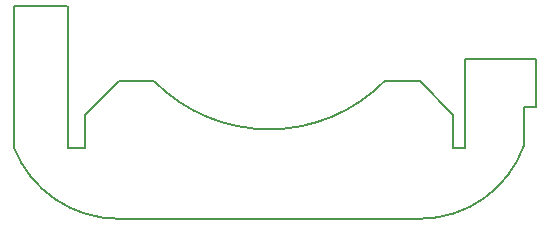
<source format=gbr>
G04 #@! TF.GenerationSoftware,KiCad,Pcbnew,(5.0.0)*
G04 #@! TF.CreationDate,2019-05-29T00:42:15-04:00*
G04 #@! TF.ProjectId,olympus-pcb,6F6C796D7075732D7063622E6B696361,rev?*
G04 #@! TF.SameCoordinates,Original*
G04 #@! TF.FileFunction,Profile,NP*
%FSLAX46Y46*%
G04 Gerber Fmt 4.6, Leading zero omitted, Abs format (unit mm)*
G04 Created by KiCad (PCBNEW (5.0.0)) date 05/29/19 00:42:15*
%MOMM*%
%LPD*%
G01*
G04 APERTURE LIST*
%ADD10C,0.150000*%
G04 APERTURE END LIST*
D10*
X90543247Y-86330100D02*
G75*
G03X99405440Y-92316300I8862193J3566860D01*
G01*
X133740662Y-86069369D02*
G75*
G02X124919740Y-92313760I-8820922J3108089D01*
G01*
X124902900Y-92314280D02*
X99402900Y-92314280D01*
X133739380Y-82816700D02*
X133739380Y-86066700D01*
X134739380Y-82816700D02*
X133739380Y-82816700D01*
X134739380Y-78813660D02*
X134739380Y-82813660D01*
X128739900Y-78811120D02*
X134739900Y-78811120D01*
X128739900Y-86314280D02*
X128739900Y-78814280D01*
X127734060Y-86314280D02*
X128734060Y-86314280D01*
X127734060Y-83515200D02*
X127734060Y-86315200D01*
X96577907Y-83513173D02*
X99404198Y-80686882D01*
X124907040Y-80688180D02*
X127732792Y-83513932D01*
X121895891Y-80689459D02*
G75*
G02X102422960Y-80685640I-9734571J9663439D01*
G01*
X121902900Y-80688180D02*
X124902900Y-80688180D01*
X99402900Y-80688180D02*
X102402900Y-80688180D01*
X96578420Y-86314280D02*
X96578420Y-83514280D01*
X95078420Y-86314280D02*
X96578420Y-86314280D01*
X90543700Y-86310240D02*
X90543700Y-74310240D01*
X95074580Y-74312780D02*
X95074580Y-86312780D01*
X90543880Y-74310240D02*
X95063880Y-74310240D01*
M02*

</source>
